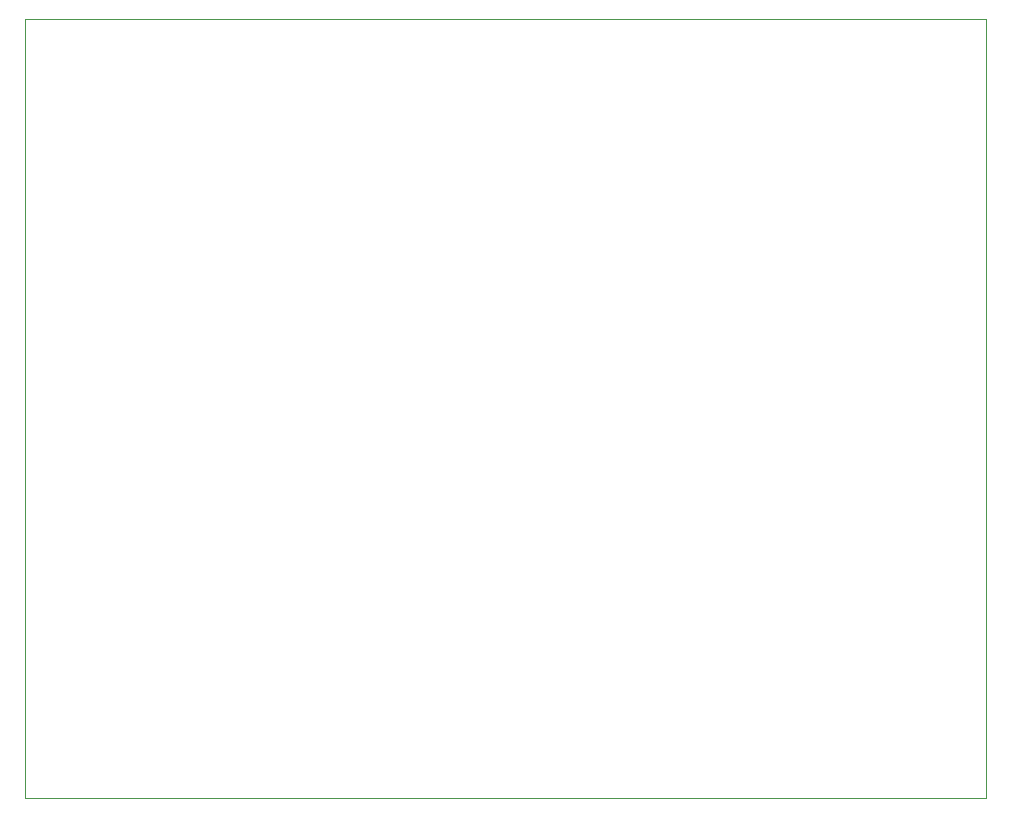
<source format=gm1>
G04 Layer_Color=16711935*
%FSLAX44Y44*%
%MOMM*%
G71*
G01*
G75*
%ADD43C,0.1000*%
D43*
X496570Y328930D02*
X1310640D01*
X496570D02*
Y988060D01*
X1310640D01*
Y328930D02*
Y988060D01*
M02*

</source>
